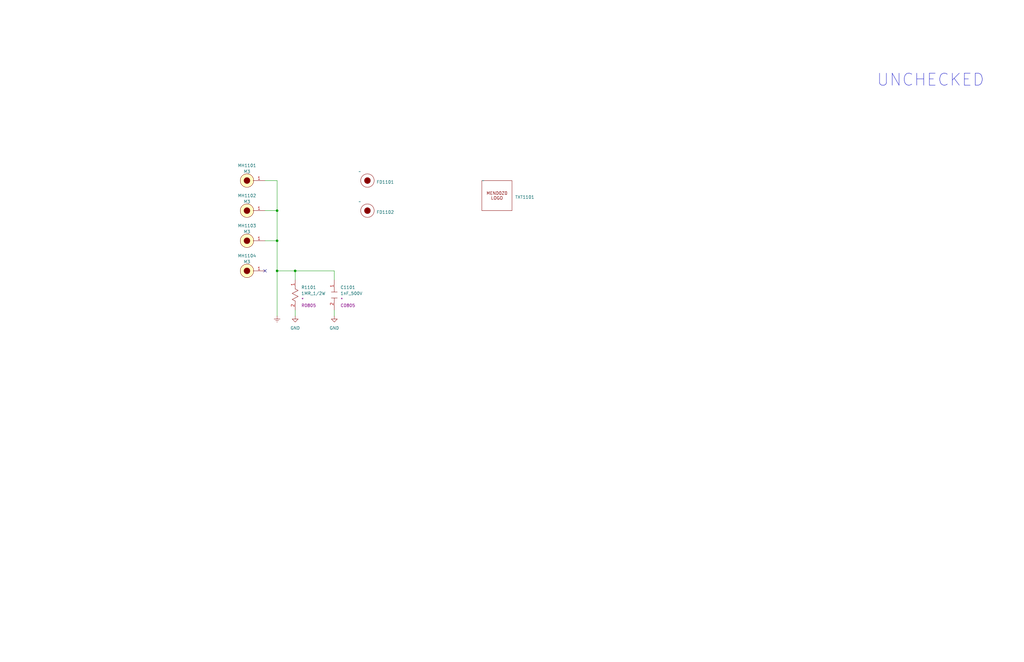
<source format=kicad_sch>
(kicad_sch (version 20230121) (generator eeschema)
  (paper "B")
  (title_block (title "Blender") (date "2023/09/18") (rev "v1.0") (company "Mend0z0") (comment 1 "v1.0") (comment 2 "v1.0") (comment 3 "Siavash Taher Parvar") (comment 4 "_BOM_Blender_v1.0.html") (comment 5 "_HW_Blender.kicad_pcb") (comment 6 "_GBR_Blender_v1.0") (comment 7 "_ASM_Blender_v1.0") (comment 8 "N/A") (comment 9 "Initial version"))
  (lib_symbols
    (symbol "_SCHLIB_Blender:CAP_1nF_500V_C0805"
      (property "Reference" "C" (at 2.54 3.81 0))
      (property "Value" "1nF_500V" (at 2.54 6.35 0))
      (property "SCH CHECK" "*" (at 2.54 21.59 0))
      (property "Package" "C0805" (at 2.54 24.13 0))
      (symbol "CAP_1nF_500V_C0805_0_0"
        (polyline (pts (xy 5.08 1.27) (xy 5.08 -1.27)))
        (polyline (pts (xy 7.62 1.27) (xy 7.62 -1.27)))
      )
      (symbol "CAP_1nF_500V_C0805_1_1"
        (pin passive line (at 0 0 0) (length 5.08) (name "") (number "1"))
        (pin passive line (at 12.7 0 180) (length 5.08) (name "") (number "2"))
      )
    )
    (symbol "_SCHLIB_Blender:MECH_FD"
      (property "Reference" "FD" (at 2.54 2.54 0))
      (symbol "MECH_FD_0_1"
        (circle (center 3.81 -3.81) (radius 1.27) (fill (type outline)))
        (circle (center 3.81 -3.81) (radius 2.8398))
      )
    )
    (symbol "_SCHLIB_Blender:MECH_LOGO" (in_bom no)
      (property "Reference" "TXT" (at 2.54 2.54 0))
      (symbol "MECH_LOGO_0_0"
        (rectangle (start 0 0) (end 12.7 -12.7))
        (text "MEND0Z0\nLOGO" (at 6.35 -6.35 0) (effects (font (size 1.27 1.27))))
      )
    )
    (symbol "_SCHLIB_Blender:MECH_MH_M3" (in_bom no)
      (property "Reference" "MH" (at 5.08 5.08 0))
      (property "Value" "M3" (at 5.08 7.62 0))
      (symbol "MECH_MH_M3_0_1"
        (circle (center 7.62 0) (radius 1.27) (fill (type outline)))
        (circle (center 7.62 0) (radius 2.8398) (fill (type background)))
      )
      (symbol "MECH_MH_M3_1_1"
        (pin passive line (at 0 0 0) (length 5.08) (name "") (number "1"))
      )
    )
    (symbol "_SCHLIB_Blender:RES_1MR_1/2W_R0805"
      (property "Reference" "R" (at 3.81 5.08 0))
      (property "Value" "1MR_1/2W" (at 3.81 7.62 0))
      (property "SCH CHECK" "*" (at 3.81 22.86 0))
      (property "Package" "R0805" (at 3.81 25.4 0))
      (symbol "RES_1MR_1/2W_R0805_0_0"
        (polyline (pts (xy 3.81 0) (xy 4.445 1.27) (xy 5.715 -1.27) (xy 6.985 1.27) (xy 8.255 -1.27) (xy 8.89 0)))
      )
      (symbol "RES_1MR_1/2W_R0805_1_1"
        (pin passive line (at 0 0 0) (length 3.81) (name "") (number "1"))
        (pin passive line (at 12.7 0 180) (length 3.81) (name "") (number "2"))
      )
    )
    (symbol "power:Earth" (power) (pin_names (offset 0))
      (symbol "Earth_0_1"
        (polyline (pts (xy -0.635 -1.905) (xy 0.635 -1.905)))
        (polyline (pts (xy -0.127 -2.54) (xy 0.127 -2.54)))
        (polyline (pts (xy 0 -1.27) (xy 0 0)))
        (polyline (pts (xy 1.27 -1.27) (xy -1.27 -1.27)))
      )
      (symbol "Earth_1_1"
        (pin power_in line (at 0 0 270) (length 0) hide (name "Earth") (number "1"))
      )
    )
    (symbol "power:GND" (power) (pin_names (offset 0))
      (property "Value" "GND" (at 0 -3.81 0))
      (symbol "GND_0_1"
        (polyline (pts (xy 0 0) (xy 0 -1.27) (xy 1.27 -1.27) (xy 0 -2.54) (xy -1.27 -1.27) (xy 0 -1.27)))
      )
      (symbol "GND_1_1"
        (pin power_in line (at 0 0 270) (length 0) hide (name "GND") (number "1"))
      )
    )
  )
  (junction (at 124.46 114.3))
  (junction (at 116.84 88.9))
  (junction (at 116.84 101.6))
  (junction (at 116.84 114.3))
  (no_connect (at 111.76 114.3))
  (wire (pts (xy 124.46 114.3) (xy 124.46 118.11)))
  (wire (pts (xy 116.84 114.3) (xy 116.84 133.35)))
  (wire (pts (xy 111.76 76.2) (xy 116.84 76.2)))
  (wire (pts (xy 116.84 88.9) (xy 116.84 101.6)))
  (wire (pts (xy 140.97 114.3) (xy 124.46 114.3)))
  (wire (pts (xy 116.84 76.2) (xy 116.84 88.9)))
  (wire (pts (xy 124.46 114.3) (xy 116.84 114.3)))
  (wire (pts (xy 124.46 133.35) (xy 124.46 130.81)))
  (wire (pts (xy 111.76 101.6) (xy 116.84 101.6)))
  (wire (pts (xy 140.97 114.3) (xy 140.97 118.11)))
  (wire (pts (xy 116.84 101.6) (xy 116.84 114.3)))
  (wire (pts (xy 111.76 88.9) (xy 116.84 88.9)))
  (wire (pts (xy 140.97 133.35) (xy 140.97 130.81)))
  (text "UNCHECKED" (at 369.57 36.83 0) (effects (font (size 5.08 5.08)) (justify left bottom)))
  (symbol (lib_id "_SCHLIB_Blender:MECH_FD") (at 151.13 72.39 0) (unit 1)
    (property "Reference" "FD1101" (at 158.75 76.835 0) (effects (justify left)))
    (property "Value" "~" (at 151.13 72.39 0) (effects (justify left)))
    (property "Footprint" "Fiducial:Fiducial_0.5mm_Mask1mm" (effects hide))
  )
  (symbol (lib_id "_SCHLIB_Blender:MECH_FD") (at 151.13 85.09 0) (unit 1)
    (property "Reference" "FD1102" (at 158.75 89.535 0) (effects (justify left)))
    (property "Value" "~" (at 151.13 85.09 0) (effects (justify left)))
    (property "Footprint" "Fiducial:Fiducial_0.5mm_Mask1mm" (effects hide))
  )
  (symbol (lib_id "_SCHLIB_Blender:MECH_MH_M3") (at 111.76 88.9 180) (unit 1) (in_bom no)
    (property "Reference" "MH1102" (at 104.14 82.55 0))
    (property "Value" "M3" (at 104.14 85.09 0))
    (property "Footprint" "MountingHole:MountingHole_3.2mm_M3_DIN965_Pad_TopBottom" (effects hide))
  )
  (symbol (lib_id "_SCHLIB_Blender:MECH_MH_M3") (at 111.76 114.3 180) (unit 1) (in_bom no)
    (property "Reference" "MH1104" (at 104.14 107.95 0))
    (property "Value" "M3" (at 104.14 110.49 0))
    (property "Footprint" "MountingHole:MountingHole_3.2mm_M3_DIN965_Pad_TopBottom" (effects hide))
  )
  (symbol (lib_id "power:GND") (at 140.97 133.35 0) (unit 1)
    (property "Reference" "#PWR01103" (effects hide))
    (property "Value" "GND" (at 140.97 138.43 0))
    (instances (project "_HW_Blender" (path "" (reference "#PWR01103") (unit 1))) (project "_HW_ToslinkToDMX" (path "" (reference "#PWR0826") (unit 1)) (path "" (reference "#PWR01021") (unit 1)) (path "" (reference "#PWR01103") (unit 1))))
  )
  (symbol (lib_id "_SCHLIB_Blender:CAP_1nF_500V_C0805") (at 140.97 118.11 270) (unit 1)
    (property "Reference" "C1101" (at 143.51 121.285 90) (effects (justify left)))
    (property "Value" "1nF_500V" (at 143.51 123.825 90) (effects (justify left)))
    (property "Footprint" "Capacitor_SMD:C_0805_2012Metric" (effects hide))
    (property "Datasheet" "https://www.we-online.com/katalog/datasheet/885342207013.pdf" (effects hide))
    (property "Description" "1000 pF ±10% 500V Ceramic Capacitor X7R 0805 (2012 Metric)" (effects hide))
    (property "Part Number" "885342207013" (effects hide))
    (property "Link" "https://www.digikey.ca/en/products/detail/w%C3%BCrth-elektronik/885342207013/9345971" (effects hide))
    (property "SCH CHECK" "*" (at 143.51 126.365 90) (effects (justify left)))
    (property "Package" "C0805" (at 143.51 128.905 90) (effects (justify left)))
    (instances (project "_HW_Blender" (path "" (reference "C1101") (unit 1))) (project "_HW_ToslinkToDMX" (path "" (reference "C805") (unit 1)) (path "" (reference "C1009") (unit 1)) (path "" (reference "C1101") (unit 1))))
  )
  (symbol (lib_id "power:GND") (at 124.46 133.35 0) (unit 1)
    (property "Reference" "#PWR01102" (effects hide))
    (property "Value" "GND" (at 124.46 138.43 0))
    (instances (project "_HW_Blender" (path "" (reference "#PWR01102") (unit 1))) (project "_HW_ToslinkToDMX" (path "" (reference "#PWR0825") (unit 1)) (path "" (reference "#PWR01020") (unit 1)) (path "" (reference "#PWR01102") (unit 1))))
  )
  (symbol (lib_id "_SCHLIB_Blender:RES_1MR_1/2W_R0805") (at 124.46 118.11 270) (unit 1)
    (property "Reference" "R1101" (at 127 121.285 90) (effects (justify left)))
    (property "Value" "1MR_1/2W" (at 127 123.825 90) (effects (justify left)))
    (property "Footprint" "Resistor_SMD:R_0805_2012Metric" (effects hide))
    (property "Datasheet" "https://www.digikey.ca/en/products/detail/panasonic-electronic-components/ERJ-P06J105V/525200" (effects hide))
    (property "Description" "1 MOhms ±5% 0.5W, 1/2W Chip Resistor 0805 (2012 Metric) Automotive AEC-Q200, Pulse Withstanding Thick Film" (effects hide))
    (property "Part Number" "ERJ-P06J105V" (effects hide))
    (property "Link" "https://industrial.panasonic.com/cdbs/www-data/pdf/RDO0000/AOA0000C331.pdf" (effects hide))
    (property "SCH CHECK" "*" (at 127 126.365 90) (effects (justify left)))
    (property "Package" "R0805" (at 127 128.905 90) (effects (justify left)))
    (instances (project "_HW_Blender" (path "" (reference "R1101") (unit 1))) (project "_HW_ToslinkToDMX" (path "" (reference "R810") (unit 1)) (path "" (reference "R1006") (unit 1)) (path "" (reference "R1101") (unit 1))))
  )
  (symbol (lib_id "_SCHLIB_Blender:MECH_MH_M3") (at 111.76 76.2 180) (unit 1) (in_bom no)
    (property "Reference" "MH1101" (at 104.14 69.85 0))
    (property "Value" "M3" (at 104.14 72.39 0))
    (property "Footprint" "MountingHole:MountingHole_3.2mm_M3_DIN965_Pad_TopBottom" (effects hide))
  )
  (symbol (lib_id "_SCHLIB_Blender:MECH_LOGO") (at 203.2 76.2 0) (unit 1) (in_bom no)
    (property "Reference" "TXT1101" (at 217.17 83.185 0) (effects (justify left)))
    (property "Value" "~" (at 203.2 76.2 0) (effects (justify left)))
    (property "Footprint" "_PCBLIB_Blender:Mend0z0_Logo" (effects hide))
    (property "Sim.Enable" "0" (effects hide))
  )
  (symbol (lib_id "power:Earth") (at 116.84 133.35 0) (unit 1)
    (property "Reference" "#PWR01101" (effects hide))
    (property "Value" "Earth" (effects hide))
    (instances (project "_HW_Blender" (path "" (reference "#PWR01101") (unit 1))) (project "_HW_ToslinkToDMX" (path "" (reference "#PWR0802") (unit 1)) (path "" (reference "#PWR01101") (unit 1))))
  )
  (symbol (lib_id "_SCHLIB_Blender:MECH_MH_M3") (at 111.76 101.6 180) (unit 1) (in_bom no)
    (property "Reference" "MH1103" (at 104.14 95.25 0))
    (property "Value" "M3" (at 104.14 97.79 0))
    (property "Footprint" "MountingHole:MountingHole_3.2mm_M3_DIN965_Pad_TopBottom" (effects hide))
  )
)
</source>
